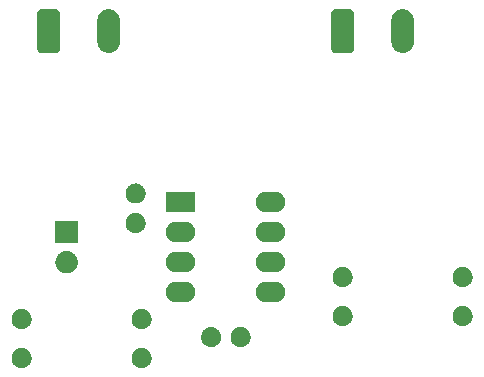
<source format=gts>
G04 #@! TF.GenerationSoftware,KiCad,Pcbnew,8.0.6*
G04 #@! TF.CreationDate,2024-11-03T17:10:04-03:00*
G04 #@! TF.ProjectId,555-Oscilador-pisca-r01,3535352d-4f73-4636-996c-61646f722d70,rev?*
G04 #@! TF.SameCoordinates,Original*
G04 #@! TF.FileFunction,Soldermask,Top*
G04 #@! TF.FilePolarity,Negative*
%FSLAX46Y46*%
G04 Gerber Fmt 4.6, Leading zero omitted, Abs format (unit mm)*
G04 Created by KiCad (PCBNEW 8.0.6) date 2024-11-03 17:10:04*
%MOMM*%
%LPD*%
G01*
G04 APERTURE LIST*
G04 APERTURE END LIST*
G36*
X123739199Y-117263662D02*
G01*
X123786954Y-117263662D01*
X123828194Y-117272427D01*
X123863901Y-117275945D01*
X123908759Y-117289552D01*
X123960973Y-117300651D01*
X123994384Y-117315526D01*
X124023435Y-117324339D01*
X124069602Y-117349015D01*
X124123500Y-117373012D01*
X124148554Y-117391215D01*
X124170453Y-117402920D01*
X124215128Y-117439584D01*
X124267430Y-117477584D01*
X124284411Y-117496443D01*
X124299320Y-117508679D01*
X124339387Y-117557501D01*
X124386473Y-117609795D01*
X124396364Y-117626927D01*
X124405079Y-117637546D01*
X124437306Y-117697840D01*
X124475427Y-117763867D01*
X124479813Y-117777368D01*
X124483660Y-117784564D01*
X124504861Y-117854455D01*
X124530404Y-117933067D01*
X124531303Y-117941623D01*
X124532054Y-117944098D01*
X124539371Y-118018389D01*
X124549000Y-118110000D01*
X124539370Y-118201619D01*
X124532054Y-118275901D01*
X124531303Y-118278375D01*
X124530404Y-118286933D01*
X124504856Y-118365558D01*
X124483660Y-118435435D01*
X124479814Y-118442629D01*
X124475427Y-118456133D01*
X124437299Y-118522172D01*
X124405079Y-118582453D01*
X124396366Y-118593069D01*
X124386473Y-118610205D01*
X124339378Y-118662509D01*
X124299320Y-118711320D01*
X124284414Y-118723552D01*
X124267430Y-118742416D01*
X124215118Y-118780423D01*
X124170453Y-118817079D01*
X124148559Y-118828780D01*
X124123500Y-118846988D01*
X124069591Y-118870989D01*
X124023435Y-118895660D01*
X123994391Y-118904470D01*
X123960973Y-118919349D01*
X123908748Y-118930449D01*
X123863901Y-118944054D01*
X123828203Y-118947570D01*
X123786954Y-118956338D01*
X123739188Y-118956338D01*
X123698000Y-118960395D01*
X123656811Y-118956338D01*
X123609046Y-118956338D01*
X123567797Y-118947570D01*
X123532098Y-118944054D01*
X123487248Y-118930448D01*
X123435027Y-118919349D01*
X123401610Y-118904471D01*
X123372564Y-118895660D01*
X123326402Y-118870986D01*
X123272500Y-118846988D01*
X123247443Y-118828783D01*
X123225546Y-118817079D01*
X123180873Y-118780416D01*
X123128570Y-118742416D01*
X123111588Y-118723555D01*
X123096679Y-118711320D01*
X123056610Y-118662496D01*
X123009527Y-118610205D01*
X122999636Y-118593073D01*
X122990920Y-118582453D01*
X122958687Y-118522148D01*
X122920573Y-118456133D01*
X122916186Y-118442634D01*
X122912339Y-118435435D01*
X122891128Y-118365512D01*
X122865596Y-118286933D01*
X122864697Y-118278380D01*
X122863945Y-118275901D01*
X122856613Y-118201467D01*
X122847000Y-118110000D01*
X122856612Y-118018540D01*
X122863945Y-117944098D01*
X122864697Y-117941618D01*
X122865596Y-117933067D01*
X122891123Y-117854502D01*
X122912339Y-117784564D01*
X122916187Y-117777363D01*
X122920573Y-117763867D01*
X122958680Y-117697863D01*
X122990920Y-117637546D01*
X122999638Y-117626923D01*
X123009527Y-117609795D01*
X123056601Y-117557513D01*
X123096679Y-117508679D01*
X123111591Y-117496440D01*
X123128570Y-117477584D01*
X123180862Y-117439591D01*
X123225546Y-117402920D01*
X123247448Y-117391213D01*
X123272500Y-117373012D01*
X123326391Y-117349018D01*
X123372564Y-117324339D01*
X123401617Y-117315525D01*
X123435027Y-117300651D01*
X123487237Y-117289553D01*
X123532098Y-117275945D01*
X123567806Y-117272427D01*
X123609046Y-117263662D01*
X123656801Y-117263662D01*
X123698000Y-117259604D01*
X123739199Y-117263662D01*
G37*
G36*
X133899199Y-117263662D02*
G01*
X133946954Y-117263662D01*
X133988194Y-117272427D01*
X134023901Y-117275945D01*
X134068759Y-117289552D01*
X134120973Y-117300651D01*
X134154384Y-117315526D01*
X134183435Y-117324339D01*
X134229602Y-117349015D01*
X134283500Y-117373012D01*
X134308554Y-117391215D01*
X134330453Y-117402920D01*
X134375128Y-117439584D01*
X134427430Y-117477584D01*
X134444411Y-117496443D01*
X134459320Y-117508679D01*
X134499387Y-117557501D01*
X134546473Y-117609795D01*
X134556364Y-117626927D01*
X134565079Y-117637546D01*
X134597306Y-117697840D01*
X134635427Y-117763867D01*
X134639813Y-117777368D01*
X134643660Y-117784564D01*
X134664861Y-117854455D01*
X134690404Y-117933067D01*
X134691303Y-117941623D01*
X134692054Y-117944098D01*
X134699371Y-118018389D01*
X134709000Y-118110000D01*
X134699370Y-118201619D01*
X134692054Y-118275901D01*
X134691303Y-118278375D01*
X134690404Y-118286933D01*
X134664856Y-118365558D01*
X134643660Y-118435435D01*
X134639814Y-118442629D01*
X134635427Y-118456133D01*
X134597299Y-118522172D01*
X134565079Y-118582453D01*
X134556366Y-118593069D01*
X134546473Y-118610205D01*
X134499378Y-118662509D01*
X134459320Y-118711320D01*
X134444414Y-118723552D01*
X134427430Y-118742416D01*
X134375118Y-118780423D01*
X134330453Y-118817079D01*
X134308559Y-118828780D01*
X134283500Y-118846988D01*
X134229591Y-118870989D01*
X134183435Y-118895660D01*
X134154391Y-118904470D01*
X134120973Y-118919349D01*
X134068748Y-118930449D01*
X134023901Y-118944054D01*
X133988203Y-118947570D01*
X133946954Y-118956338D01*
X133899188Y-118956338D01*
X133858000Y-118960395D01*
X133816811Y-118956338D01*
X133769046Y-118956338D01*
X133727797Y-118947570D01*
X133692098Y-118944054D01*
X133647248Y-118930448D01*
X133595027Y-118919349D01*
X133561610Y-118904471D01*
X133532564Y-118895660D01*
X133486402Y-118870986D01*
X133432500Y-118846988D01*
X133407443Y-118828783D01*
X133385546Y-118817079D01*
X133340873Y-118780416D01*
X133288570Y-118742416D01*
X133271588Y-118723555D01*
X133256679Y-118711320D01*
X133216610Y-118662496D01*
X133169527Y-118610205D01*
X133159636Y-118593073D01*
X133150920Y-118582453D01*
X133118687Y-118522148D01*
X133080573Y-118456133D01*
X133076186Y-118442634D01*
X133072339Y-118435435D01*
X133051128Y-118365512D01*
X133025596Y-118286933D01*
X133024697Y-118278380D01*
X133023945Y-118275901D01*
X133016613Y-118201467D01*
X133007000Y-118110000D01*
X133016612Y-118018540D01*
X133023945Y-117944098D01*
X133024697Y-117941618D01*
X133025596Y-117933067D01*
X133051123Y-117854502D01*
X133072339Y-117784564D01*
X133076187Y-117777363D01*
X133080573Y-117763867D01*
X133118680Y-117697863D01*
X133150920Y-117637546D01*
X133159638Y-117626923D01*
X133169527Y-117609795D01*
X133216601Y-117557513D01*
X133256679Y-117508679D01*
X133271591Y-117496440D01*
X133288570Y-117477584D01*
X133340862Y-117439591D01*
X133385546Y-117402920D01*
X133407448Y-117391213D01*
X133432500Y-117373012D01*
X133486391Y-117349018D01*
X133532564Y-117324339D01*
X133561617Y-117315525D01*
X133595027Y-117300651D01*
X133647237Y-117289553D01*
X133692098Y-117275945D01*
X133727806Y-117272427D01*
X133769046Y-117263662D01*
X133816801Y-117263662D01*
X133858000Y-117259604D01*
X133899199Y-117263662D01*
G37*
G36*
X139781199Y-115485662D02*
G01*
X139828954Y-115485662D01*
X139870194Y-115494427D01*
X139905901Y-115497945D01*
X139950759Y-115511552D01*
X140002973Y-115522651D01*
X140036384Y-115537526D01*
X140065435Y-115546339D01*
X140111602Y-115571015D01*
X140165500Y-115595012D01*
X140190554Y-115613215D01*
X140212453Y-115624920D01*
X140257128Y-115661584D01*
X140309430Y-115699584D01*
X140326411Y-115718443D01*
X140341320Y-115730679D01*
X140381387Y-115779501D01*
X140428473Y-115831795D01*
X140438364Y-115848927D01*
X140447079Y-115859546D01*
X140479306Y-115919840D01*
X140517427Y-115985867D01*
X140521813Y-115999368D01*
X140525660Y-116006564D01*
X140546861Y-116076455D01*
X140572404Y-116155067D01*
X140573303Y-116163623D01*
X140574054Y-116166098D01*
X140581371Y-116240389D01*
X140591000Y-116332000D01*
X140581370Y-116423619D01*
X140574054Y-116497901D01*
X140573303Y-116500375D01*
X140572404Y-116508933D01*
X140546856Y-116587558D01*
X140525660Y-116657435D01*
X140521814Y-116664629D01*
X140517427Y-116678133D01*
X140479299Y-116744172D01*
X140447079Y-116804453D01*
X140438366Y-116815069D01*
X140428473Y-116832205D01*
X140381378Y-116884509D01*
X140341320Y-116933320D01*
X140326414Y-116945552D01*
X140309430Y-116964416D01*
X140257118Y-117002423D01*
X140212453Y-117039079D01*
X140190559Y-117050780D01*
X140165500Y-117068988D01*
X140111591Y-117092989D01*
X140065435Y-117117660D01*
X140036391Y-117126470D01*
X140002973Y-117141349D01*
X139950748Y-117152449D01*
X139905901Y-117166054D01*
X139870203Y-117169570D01*
X139828954Y-117178338D01*
X139781188Y-117178338D01*
X139740000Y-117182395D01*
X139698811Y-117178338D01*
X139651046Y-117178338D01*
X139609797Y-117169570D01*
X139574098Y-117166054D01*
X139529248Y-117152448D01*
X139477027Y-117141349D01*
X139443610Y-117126471D01*
X139414564Y-117117660D01*
X139368402Y-117092986D01*
X139314500Y-117068988D01*
X139289443Y-117050783D01*
X139267546Y-117039079D01*
X139222873Y-117002416D01*
X139170570Y-116964416D01*
X139153588Y-116945555D01*
X139138679Y-116933320D01*
X139098610Y-116884496D01*
X139051527Y-116832205D01*
X139041636Y-116815073D01*
X139032920Y-116804453D01*
X139000687Y-116744148D01*
X138962573Y-116678133D01*
X138958186Y-116664634D01*
X138954339Y-116657435D01*
X138933128Y-116587512D01*
X138907596Y-116508933D01*
X138906697Y-116500380D01*
X138905945Y-116497901D01*
X138898613Y-116423467D01*
X138889000Y-116332000D01*
X138898612Y-116240540D01*
X138905945Y-116166098D01*
X138906697Y-116163618D01*
X138907596Y-116155067D01*
X138933123Y-116076502D01*
X138954339Y-116006564D01*
X138958187Y-115999363D01*
X138962573Y-115985867D01*
X139000680Y-115919863D01*
X139032920Y-115859546D01*
X139041638Y-115848923D01*
X139051527Y-115831795D01*
X139098601Y-115779513D01*
X139138679Y-115730679D01*
X139153591Y-115718440D01*
X139170570Y-115699584D01*
X139222862Y-115661591D01*
X139267546Y-115624920D01*
X139289448Y-115613213D01*
X139314500Y-115595012D01*
X139368391Y-115571018D01*
X139414564Y-115546339D01*
X139443617Y-115537525D01*
X139477027Y-115522651D01*
X139529237Y-115511553D01*
X139574098Y-115497945D01*
X139609806Y-115494427D01*
X139651046Y-115485662D01*
X139698801Y-115485662D01*
X139740000Y-115481604D01*
X139781199Y-115485662D01*
G37*
G36*
X142281199Y-115485662D02*
G01*
X142328954Y-115485662D01*
X142370194Y-115494427D01*
X142405901Y-115497945D01*
X142450759Y-115511552D01*
X142502973Y-115522651D01*
X142536384Y-115537526D01*
X142565435Y-115546339D01*
X142611602Y-115571015D01*
X142665500Y-115595012D01*
X142690554Y-115613215D01*
X142712453Y-115624920D01*
X142757128Y-115661584D01*
X142809430Y-115699584D01*
X142826411Y-115718443D01*
X142841320Y-115730679D01*
X142881387Y-115779501D01*
X142928473Y-115831795D01*
X142938364Y-115848927D01*
X142947079Y-115859546D01*
X142979306Y-115919840D01*
X143017427Y-115985867D01*
X143021813Y-115999368D01*
X143025660Y-116006564D01*
X143046861Y-116076455D01*
X143072404Y-116155067D01*
X143073303Y-116163623D01*
X143074054Y-116166098D01*
X143081371Y-116240389D01*
X143091000Y-116332000D01*
X143081370Y-116423619D01*
X143074054Y-116497901D01*
X143073303Y-116500375D01*
X143072404Y-116508933D01*
X143046856Y-116587558D01*
X143025660Y-116657435D01*
X143021814Y-116664629D01*
X143017427Y-116678133D01*
X142979299Y-116744172D01*
X142947079Y-116804453D01*
X142938366Y-116815069D01*
X142928473Y-116832205D01*
X142881378Y-116884509D01*
X142841320Y-116933320D01*
X142826414Y-116945552D01*
X142809430Y-116964416D01*
X142757118Y-117002423D01*
X142712453Y-117039079D01*
X142690559Y-117050780D01*
X142665500Y-117068988D01*
X142611591Y-117092989D01*
X142565435Y-117117660D01*
X142536391Y-117126470D01*
X142502973Y-117141349D01*
X142450748Y-117152449D01*
X142405901Y-117166054D01*
X142370203Y-117169570D01*
X142328954Y-117178338D01*
X142281188Y-117178338D01*
X142240000Y-117182395D01*
X142198811Y-117178338D01*
X142151046Y-117178338D01*
X142109797Y-117169570D01*
X142074098Y-117166054D01*
X142029248Y-117152448D01*
X141977027Y-117141349D01*
X141943610Y-117126471D01*
X141914564Y-117117660D01*
X141868402Y-117092986D01*
X141814500Y-117068988D01*
X141789443Y-117050783D01*
X141767546Y-117039079D01*
X141722873Y-117002416D01*
X141670570Y-116964416D01*
X141653588Y-116945555D01*
X141638679Y-116933320D01*
X141598610Y-116884496D01*
X141551527Y-116832205D01*
X141541636Y-116815073D01*
X141532920Y-116804453D01*
X141500687Y-116744148D01*
X141462573Y-116678133D01*
X141458186Y-116664634D01*
X141454339Y-116657435D01*
X141433128Y-116587512D01*
X141407596Y-116508933D01*
X141406697Y-116500380D01*
X141405945Y-116497901D01*
X141398613Y-116423467D01*
X141389000Y-116332000D01*
X141398612Y-116240540D01*
X141405945Y-116166098D01*
X141406697Y-116163618D01*
X141407596Y-116155067D01*
X141433123Y-116076502D01*
X141454339Y-116006564D01*
X141458187Y-115999363D01*
X141462573Y-115985867D01*
X141500680Y-115919863D01*
X141532920Y-115859546D01*
X141541638Y-115848923D01*
X141551527Y-115831795D01*
X141598601Y-115779513D01*
X141638679Y-115730679D01*
X141653591Y-115718440D01*
X141670570Y-115699584D01*
X141722862Y-115661591D01*
X141767546Y-115624920D01*
X141789448Y-115613213D01*
X141814500Y-115595012D01*
X141868391Y-115571018D01*
X141914564Y-115546339D01*
X141943617Y-115537525D01*
X141977027Y-115522651D01*
X142029237Y-115511553D01*
X142074098Y-115497945D01*
X142109806Y-115494427D01*
X142151046Y-115485662D01*
X142198801Y-115485662D01*
X142240000Y-115481604D01*
X142281199Y-115485662D01*
G37*
G36*
X123739199Y-113961662D02*
G01*
X123786954Y-113961662D01*
X123828194Y-113970427D01*
X123863901Y-113973945D01*
X123908759Y-113987552D01*
X123960973Y-113998651D01*
X123994384Y-114013526D01*
X124023435Y-114022339D01*
X124069602Y-114047015D01*
X124123500Y-114071012D01*
X124148554Y-114089215D01*
X124170453Y-114100920D01*
X124215128Y-114137584D01*
X124267430Y-114175584D01*
X124284411Y-114194443D01*
X124299320Y-114206679D01*
X124339387Y-114255501D01*
X124386473Y-114307795D01*
X124396364Y-114324927D01*
X124405079Y-114335546D01*
X124437306Y-114395840D01*
X124475427Y-114461867D01*
X124479813Y-114475368D01*
X124483660Y-114482564D01*
X124504861Y-114552455D01*
X124530404Y-114631067D01*
X124531303Y-114639623D01*
X124532054Y-114642098D01*
X124539371Y-114716389D01*
X124549000Y-114808000D01*
X124539370Y-114899619D01*
X124532054Y-114973901D01*
X124531303Y-114976375D01*
X124530404Y-114984933D01*
X124504856Y-115063558D01*
X124483660Y-115133435D01*
X124479814Y-115140629D01*
X124475427Y-115154133D01*
X124437299Y-115220172D01*
X124405079Y-115280453D01*
X124396366Y-115291069D01*
X124386473Y-115308205D01*
X124339378Y-115360509D01*
X124299320Y-115409320D01*
X124284414Y-115421552D01*
X124267430Y-115440416D01*
X124215118Y-115478423D01*
X124170453Y-115515079D01*
X124148559Y-115526780D01*
X124123500Y-115544988D01*
X124069591Y-115568989D01*
X124023435Y-115593660D01*
X123994391Y-115602470D01*
X123960973Y-115617349D01*
X123908748Y-115628449D01*
X123863901Y-115642054D01*
X123828203Y-115645570D01*
X123786954Y-115654338D01*
X123739188Y-115654338D01*
X123698000Y-115658395D01*
X123656811Y-115654338D01*
X123609046Y-115654338D01*
X123567797Y-115645570D01*
X123532098Y-115642054D01*
X123487248Y-115628448D01*
X123435027Y-115617349D01*
X123401610Y-115602471D01*
X123372564Y-115593660D01*
X123326402Y-115568986D01*
X123272500Y-115544988D01*
X123247443Y-115526783D01*
X123225546Y-115515079D01*
X123180873Y-115478416D01*
X123128570Y-115440416D01*
X123111588Y-115421555D01*
X123096679Y-115409320D01*
X123056610Y-115360496D01*
X123009527Y-115308205D01*
X122999636Y-115291073D01*
X122990920Y-115280453D01*
X122958687Y-115220148D01*
X122920573Y-115154133D01*
X122916186Y-115140634D01*
X122912339Y-115133435D01*
X122891128Y-115063512D01*
X122865596Y-114984933D01*
X122864697Y-114976380D01*
X122863945Y-114973901D01*
X122856613Y-114899467D01*
X122847000Y-114808000D01*
X122856612Y-114716540D01*
X122863945Y-114642098D01*
X122864697Y-114639618D01*
X122865596Y-114631067D01*
X122891123Y-114552502D01*
X122912339Y-114482564D01*
X122916187Y-114475363D01*
X122920573Y-114461867D01*
X122958680Y-114395863D01*
X122990920Y-114335546D01*
X122999638Y-114324923D01*
X123009527Y-114307795D01*
X123056601Y-114255513D01*
X123096679Y-114206679D01*
X123111591Y-114194440D01*
X123128570Y-114175584D01*
X123180862Y-114137591D01*
X123225546Y-114100920D01*
X123247448Y-114089213D01*
X123272500Y-114071012D01*
X123326391Y-114047018D01*
X123372564Y-114022339D01*
X123401617Y-114013525D01*
X123435027Y-113998651D01*
X123487237Y-113987553D01*
X123532098Y-113973945D01*
X123567806Y-113970427D01*
X123609046Y-113961662D01*
X123656801Y-113961662D01*
X123698000Y-113957604D01*
X123739199Y-113961662D01*
G37*
G36*
X133899199Y-113961662D02*
G01*
X133946954Y-113961662D01*
X133988194Y-113970427D01*
X134023901Y-113973945D01*
X134068759Y-113987552D01*
X134120973Y-113998651D01*
X134154384Y-114013526D01*
X134183435Y-114022339D01*
X134229602Y-114047015D01*
X134283500Y-114071012D01*
X134308554Y-114089215D01*
X134330453Y-114100920D01*
X134375128Y-114137584D01*
X134427430Y-114175584D01*
X134444411Y-114194443D01*
X134459320Y-114206679D01*
X134499387Y-114255501D01*
X134546473Y-114307795D01*
X134556364Y-114324927D01*
X134565079Y-114335546D01*
X134597306Y-114395840D01*
X134635427Y-114461867D01*
X134639813Y-114475368D01*
X134643660Y-114482564D01*
X134664861Y-114552455D01*
X134690404Y-114631067D01*
X134691303Y-114639623D01*
X134692054Y-114642098D01*
X134699371Y-114716389D01*
X134709000Y-114808000D01*
X134699370Y-114899619D01*
X134692054Y-114973901D01*
X134691303Y-114976375D01*
X134690404Y-114984933D01*
X134664856Y-115063558D01*
X134643660Y-115133435D01*
X134639814Y-115140629D01*
X134635427Y-115154133D01*
X134597299Y-115220172D01*
X134565079Y-115280453D01*
X134556366Y-115291069D01*
X134546473Y-115308205D01*
X134499378Y-115360509D01*
X134459320Y-115409320D01*
X134444414Y-115421552D01*
X134427430Y-115440416D01*
X134375118Y-115478423D01*
X134330453Y-115515079D01*
X134308559Y-115526780D01*
X134283500Y-115544988D01*
X134229591Y-115568989D01*
X134183435Y-115593660D01*
X134154391Y-115602470D01*
X134120973Y-115617349D01*
X134068748Y-115628449D01*
X134023901Y-115642054D01*
X133988203Y-115645570D01*
X133946954Y-115654338D01*
X133899188Y-115654338D01*
X133858000Y-115658395D01*
X133816811Y-115654338D01*
X133769046Y-115654338D01*
X133727797Y-115645570D01*
X133692098Y-115642054D01*
X133647248Y-115628448D01*
X133595027Y-115617349D01*
X133561610Y-115602471D01*
X133532564Y-115593660D01*
X133486402Y-115568986D01*
X133432500Y-115544988D01*
X133407443Y-115526783D01*
X133385546Y-115515079D01*
X133340873Y-115478416D01*
X133288570Y-115440416D01*
X133271588Y-115421555D01*
X133256679Y-115409320D01*
X133216610Y-115360496D01*
X133169527Y-115308205D01*
X133159636Y-115291073D01*
X133150920Y-115280453D01*
X133118687Y-115220148D01*
X133080573Y-115154133D01*
X133076186Y-115140634D01*
X133072339Y-115133435D01*
X133051128Y-115063512D01*
X133025596Y-114984933D01*
X133024697Y-114976380D01*
X133023945Y-114973901D01*
X133016613Y-114899467D01*
X133007000Y-114808000D01*
X133016612Y-114716540D01*
X133023945Y-114642098D01*
X133024697Y-114639618D01*
X133025596Y-114631067D01*
X133051123Y-114552502D01*
X133072339Y-114482564D01*
X133076187Y-114475363D01*
X133080573Y-114461867D01*
X133118680Y-114395863D01*
X133150920Y-114335546D01*
X133159638Y-114324923D01*
X133169527Y-114307795D01*
X133216601Y-114255513D01*
X133256679Y-114206679D01*
X133271591Y-114194440D01*
X133288570Y-114175584D01*
X133340862Y-114137591D01*
X133385546Y-114100920D01*
X133407448Y-114089213D01*
X133432500Y-114071012D01*
X133486391Y-114047018D01*
X133532564Y-114022339D01*
X133561617Y-114013525D01*
X133595027Y-113998651D01*
X133647237Y-113987553D01*
X133692098Y-113973945D01*
X133727806Y-113970427D01*
X133769046Y-113961662D01*
X133816801Y-113961662D01*
X133858000Y-113957604D01*
X133899199Y-113961662D01*
G37*
G36*
X150917199Y-113707662D02*
G01*
X150964954Y-113707662D01*
X151006194Y-113716427D01*
X151041901Y-113719945D01*
X151086759Y-113733552D01*
X151138973Y-113744651D01*
X151172384Y-113759526D01*
X151201435Y-113768339D01*
X151247602Y-113793015D01*
X151301500Y-113817012D01*
X151326554Y-113835215D01*
X151348453Y-113846920D01*
X151393128Y-113883584D01*
X151445430Y-113921584D01*
X151462411Y-113940443D01*
X151477320Y-113952679D01*
X151517387Y-114001501D01*
X151564473Y-114053795D01*
X151574364Y-114070927D01*
X151583079Y-114081546D01*
X151615306Y-114141840D01*
X151653427Y-114207867D01*
X151657813Y-114221368D01*
X151661660Y-114228564D01*
X151682861Y-114298455D01*
X151708404Y-114377067D01*
X151709303Y-114385623D01*
X151710054Y-114388098D01*
X151717371Y-114462389D01*
X151727000Y-114554000D01*
X151717370Y-114645619D01*
X151710054Y-114719901D01*
X151709303Y-114722375D01*
X151708404Y-114730933D01*
X151682856Y-114809558D01*
X151661660Y-114879435D01*
X151657814Y-114886629D01*
X151653427Y-114900133D01*
X151615299Y-114966172D01*
X151583079Y-115026453D01*
X151574366Y-115037069D01*
X151564473Y-115054205D01*
X151517378Y-115106509D01*
X151477320Y-115155320D01*
X151462414Y-115167552D01*
X151445430Y-115186416D01*
X151393118Y-115224423D01*
X151348453Y-115261079D01*
X151326559Y-115272780D01*
X151301500Y-115290988D01*
X151247591Y-115314989D01*
X151201435Y-115339660D01*
X151172391Y-115348470D01*
X151138973Y-115363349D01*
X151086748Y-115374449D01*
X151041901Y-115388054D01*
X151006203Y-115391570D01*
X150964954Y-115400338D01*
X150917188Y-115400338D01*
X150876000Y-115404395D01*
X150834811Y-115400338D01*
X150787046Y-115400338D01*
X150745797Y-115391570D01*
X150710098Y-115388054D01*
X150665248Y-115374448D01*
X150613027Y-115363349D01*
X150579610Y-115348471D01*
X150550564Y-115339660D01*
X150504402Y-115314986D01*
X150450500Y-115290988D01*
X150425443Y-115272783D01*
X150403546Y-115261079D01*
X150358873Y-115224416D01*
X150306570Y-115186416D01*
X150289588Y-115167555D01*
X150274679Y-115155320D01*
X150234610Y-115106496D01*
X150187527Y-115054205D01*
X150177636Y-115037073D01*
X150168920Y-115026453D01*
X150136687Y-114966148D01*
X150098573Y-114900133D01*
X150094186Y-114886634D01*
X150090339Y-114879435D01*
X150069128Y-114809512D01*
X150043596Y-114730933D01*
X150042697Y-114722380D01*
X150041945Y-114719901D01*
X150034613Y-114645467D01*
X150025000Y-114554000D01*
X150034612Y-114462540D01*
X150041945Y-114388098D01*
X150042697Y-114385618D01*
X150043596Y-114377067D01*
X150069123Y-114298502D01*
X150090339Y-114228564D01*
X150094187Y-114221363D01*
X150098573Y-114207867D01*
X150136680Y-114141863D01*
X150168920Y-114081546D01*
X150177638Y-114070923D01*
X150187527Y-114053795D01*
X150234601Y-114001513D01*
X150274679Y-113952679D01*
X150289591Y-113940440D01*
X150306570Y-113921584D01*
X150358862Y-113883591D01*
X150403546Y-113846920D01*
X150425448Y-113835213D01*
X150450500Y-113817012D01*
X150504391Y-113793018D01*
X150550564Y-113768339D01*
X150579617Y-113759525D01*
X150613027Y-113744651D01*
X150665237Y-113733553D01*
X150710098Y-113719945D01*
X150745806Y-113716427D01*
X150787046Y-113707662D01*
X150834801Y-113707662D01*
X150876000Y-113703604D01*
X150917199Y-113707662D01*
G37*
G36*
X161077199Y-113707662D02*
G01*
X161124954Y-113707662D01*
X161166194Y-113716427D01*
X161201901Y-113719945D01*
X161246759Y-113733552D01*
X161298973Y-113744651D01*
X161332384Y-113759526D01*
X161361435Y-113768339D01*
X161407602Y-113793015D01*
X161461500Y-113817012D01*
X161486554Y-113835215D01*
X161508453Y-113846920D01*
X161553128Y-113883584D01*
X161605430Y-113921584D01*
X161622411Y-113940443D01*
X161637320Y-113952679D01*
X161677387Y-114001501D01*
X161724473Y-114053795D01*
X161734364Y-114070927D01*
X161743079Y-114081546D01*
X161775306Y-114141840D01*
X161813427Y-114207867D01*
X161817813Y-114221368D01*
X161821660Y-114228564D01*
X161842861Y-114298455D01*
X161868404Y-114377067D01*
X161869303Y-114385623D01*
X161870054Y-114388098D01*
X161877371Y-114462389D01*
X161887000Y-114554000D01*
X161877370Y-114645619D01*
X161870054Y-114719901D01*
X161869303Y-114722375D01*
X161868404Y-114730933D01*
X161842856Y-114809558D01*
X161821660Y-114879435D01*
X161817814Y-114886629D01*
X161813427Y-114900133D01*
X161775299Y-114966172D01*
X161743079Y-115026453D01*
X161734366Y-115037069D01*
X161724473Y-115054205D01*
X161677378Y-115106509D01*
X161637320Y-115155320D01*
X161622414Y-115167552D01*
X161605430Y-115186416D01*
X161553118Y-115224423D01*
X161508453Y-115261079D01*
X161486559Y-115272780D01*
X161461500Y-115290988D01*
X161407591Y-115314989D01*
X161361435Y-115339660D01*
X161332391Y-115348470D01*
X161298973Y-115363349D01*
X161246748Y-115374449D01*
X161201901Y-115388054D01*
X161166203Y-115391570D01*
X161124954Y-115400338D01*
X161077188Y-115400338D01*
X161036000Y-115404395D01*
X160994811Y-115400338D01*
X160947046Y-115400338D01*
X160905797Y-115391570D01*
X160870098Y-115388054D01*
X160825248Y-115374448D01*
X160773027Y-115363349D01*
X160739610Y-115348471D01*
X160710564Y-115339660D01*
X160664402Y-115314986D01*
X160610500Y-115290988D01*
X160585443Y-115272783D01*
X160563546Y-115261079D01*
X160518873Y-115224416D01*
X160466570Y-115186416D01*
X160449588Y-115167555D01*
X160434679Y-115155320D01*
X160394610Y-115106496D01*
X160347527Y-115054205D01*
X160337636Y-115037073D01*
X160328920Y-115026453D01*
X160296687Y-114966148D01*
X160258573Y-114900133D01*
X160254186Y-114886634D01*
X160250339Y-114879435D01*
X160229128Y-114809512D01*
X160203596Y-114730933D01*
X160202697Y-114722380D01*
X160201945Y-114719901D01*
X160194613Y-114645467D01*
X160185000Y-114554000D01*
X160194612Y-114462540D01*
X160201945Y-114388098D01*
X160202697Y-114385618D01*
X160203596Y-114377067D01*
X160229123Y-114298502D01*
X160250339Y-114228564D01*
X160254187Y-114221363D01*
X160258573Y-114207867D01*
X160296680Y-114141863D01*
X160328920Y-114081546D01*
X160337638Y-114070923D01*
X160347527Y-114053795D01*
X160394601Y-114001513D01*
X160434679Y-113952679D01*
X160449591Y-113940440D01*
X160466570Y-113921584D01*
X160518862Y-113883591D01*
X160563546Y-113846920D01*
X160585448Y-113835213D01*
X160610500Y-113817012D01*
X160664391Y-113793018D01*
X160710564Y-113768339D01*
X160739617Y-113759525D01*
X160773027Y-113744651D01*
X160825237Y-113733553D01*
X160870098Y-113719945D01*
X160905806Y-113716427D01*
X160947046Y-113707662D01*
X160994801Y-113707662D01*
X161036000Y-113703604D01*
X161077199Y-113707662D01*
G37*
G36*
X137643413Y-111675098D02*
G01*
X137807032Y-111707644D01*
X137961159Y-111771485D01*
X138099869Y-111864168D01*
X138217832Y-111982131D01*
X138310515Y-112120841D01*
X138374356Y-112274968D01*
X138406902Y-112438587D01*
X138406902Y-112605413D01*
X138374356Y-112769032D01*
X138310515Y-112923159D01*
X138217832Y-113061869D01*
X138099869Y-113179832D01*
X137961159Y-113272515D01*
X137807032Y-113336356D01*
X137643413Y-113368902D01*
X137560000Y-113373000D01*
X137556939Y-113373000D01*
X136763061Y-113373000D01*
X136760000Y-113373000D01*
X136676587Y-113368902D01*
X136512968Y-113336356D01*
X136358841Y-113272515D01*
X136220131Y-113179832D01*
X136102168Y-113061869D01*
X136009485Y-112923159D01*
X135945644Y-112769032D01*
X135913098Y-112605413D01*
X135913098Y-112438587D01*
X135945644Y-112274968D01*
X136009485Y-112120841D01*
X136102168Y-111982131D01*
X136220131Y-111864168D01*
X136358841Y-111771485D01*
X136512968Y-111707644D01*
X136676587Y-111675098D01*
X136760000Y-111671000D01*
X137560000Y-111671000D01*
X137643413Y-111675098D01*
G37*
G36*
X145263413Y-111675098D02*
G01*
X145427032Y-111707644D01*
X145581159Y-111771485D01*
X145719869Y-111864168D01*
X145837832Y-111982131D01*
X145930515Y-112120841D01*
X145994356Y-112274968D01*
X146026902Y-112438587D01*
X146026902Y-112605413D01*
X145994356Y-112769032D01*
X145930515Y-112923159D01*
X145837832Y-113061869D01*
X145719869Y-113179832D01*
X145581159Y-113272515D01*
X145427032Y-113336356D01*
X145263413Y-113368902D01*
X145180000Y-113373000D01*
X145176939Y-113373000D01*
X144383061Y-113373000D01*
X144380000Y-113373000D01*
X144296587Y-113368902D01*
X144132968Y-113336356D01*
X143978841Y-113272515D01*
X143840131Y-113179832D01*
X143722168Y-113061869D01*
X143629485Y-112923159D01*
X143565644Y-112769032D01*
X143533098Y-112605413D01*
X143533098Y-112438587D01*
X143565644Y-112274968D01*
X143629485Y-112120841D01*
X143722168Y-111982131D01*
X143840131Y-111864168D01*
X143978841Y-111771485D01*
X144132968Y-111707644D01*
X144296587Y-111675098D01*
X144380000Y-111671000D01*
X145180000Y-111671000D01*
X145263413Y-111675098D01*
G37*
G36*
X150917199Y-110405662D02*
G01*
X150964954Y-110405662D01*
X151006194Y-110414427D01*
X151041901Y-110417945D01*
X151086759Y-110431552D01*
X151138973Y-110442651D01*
X151172384Y-110457526D01*
X151201435Y-110466339D01*
X151247602Y-110491015D01*
X151301500Y-110515012D01*
X151326554Y-110533215D01*
X151348453Y-110544920D01*
X151393128Y-110581584D01*
X151445430Y-110619584D01*
X151462411Y-110638443D01*
X151477320Y-110650679D01*
X151517387Y-110699501D01*
X151564473Y-110751795D01*
X151574364Y-110768927D01*
X151583079Y-110779546D01*
X151615306Y-110839840D01*
X151653427Y-110905867D01*
X151657813Y-110919368D01*
X151661660Y-110926564D01*
X151682861Y-110996455D01*
X151708404Y-111075067D01*
X151709303Y-111083623D01*
X151710054Y-111086098D01*
X151717371Y-111160389D01*
X151727000Y-111252000D01*
X151717370Y-111343619D01*
X151710054Y-111417901D01*
X151709303Y-111420375D01*
X151708404Y-111428933D01*
X151682856Y-111507558D01*
X151661660Y-111577435D01*
X151657814Y-111584629D01*
X151653427Y-111598133D01*
X151615299Y-111664172D01*
X151583079Y-111724453D01*
X151574366Y-111735069D01*
X151564473Y-111752205D01*
X151517378Y-111804509D01*
X151477320Y-111853320D01*
X151462414Y-111865552D01*
X151445430Y-111884416D01*
X151393118Y-111922423D01*
X151348453Y-111959079D01*
X151326559Y-111970780D01*
X151301500Y-111988988D01*
X151247591Y-112012989D01*
X151201435Y-112037660D01*
X151172391Y-112046470D01*
X151138973Y-112061349D01*
X151086748Y-112072449D01*
X151041901Y-112086054D01*
X151006203Y-112089570D01*
X150964954Y-112098338D01*
X150917188Y-112098338D01*
X150876000Y-112102395D01*
X150834811Y-112098338D01*
X150787046Y-112098338D01*
X150745797Y-112089570D01*
X150710098Y-112086054D01*
X150665248Y-112072448D01*
X150613027Y-112061349D01*
X150579610Y-112046471D01*
X150550564Y-112037660D01*
X150504402Y-112012986D01*
X150450500Y-111988988D01*
X150425443Y-111970783D01*
X150403546Y-111959079D01*
X150358873Y-111922416D01*
X150306570Y-111884416D01*
X150289588Y-111865555D01*
X150274679Y-111853320D01*
X150234610Y-111804496D01*
X150187527Y-111752205D01*
X150177636Y-111735073D01*
X150168920Y-111724453D01*
X150136687Y-111664148D01*
X150098573Y-111598133D01*
X150094186Y-111584634D01*
X150090339Y-111577435D01*
X150069128Y-111507512D01*
X150043596Y-111428933D01*
X150042697Y-111420380D01*
X150041945Y-111417901D01*
X150034613Y-111343467D01*
X150025000Y-111252000D01*
X150034612Y-111160540D01*
X150041945Y-111086098D01*
X150042697Y-111083618D01*
X150043596Y-111075067D01*
X150069123Y-110996502D01*
X150090339Y-110926564D01*
X150094187Y-110919363D01*
X150098573Y-110905867D01*
X150136680Y-110839863D01*
X150168920Y-110779546D01*
X150177638Y-110768923D01*
X150187527Y-110751795D01*
X150234601Y-110699513D01*
X150274679Y-110650679D01*
X150289591Y-110638440D01*
X150306570Y-110619584D01*
X150358862Y-110581591D01*
X150403546Y-110544920D01*
X150425448Y-110533213D01*
X150450500Y-110515012D01*
X150504391Y-110491018D01*
X150550564Y-110466339D01*
X150579617Y-110457525D01*
X150613027Y-110442651D01*
X150665237Y-110431553D01*
X150710098Y-110417945D01*
X150745806Y-110414427D01*
X150787046Y-110405662D01*
X150834801Y-110405662D01*
X150876000Y-110401604D01*
X150917199Y-110405662D01*
G37*
G36*
X161077199Y-110405662D02*
G01*
X161124954Y-110405662D01*
X161166194Y-110414427D01*
X161201901Y-110417945D01*
X161246759Y-110431552D01*
X161298973Y-110442651D01*
X161332384Y-110457526D01*
X161361435Y-110466339D01*
X161407602Y-110491015D01*
X161461500Y-110515012D01*
X161486554Y-110533215D01*
X161508453Y-110544920D01*
X161553128Y-110581584D01*
X161605430Y-110619584D01*
X161622411Y-110638443D01*
X161637320Y-110650679D01*
X161677387Y-110699501D01*
X161724473Y-110751795D01*
X161734364Y-110768927D01*
X161743079Y-110779546D01*
X161775306Y-110839840D01*
X161813427Y-110905867D01*
X161817813Y-110919368D01*
X161821660Y-110926564D01*
X161842861Y-110996455D01*
X161868404Y-111075067D01*
X161869303Y-111083623D01*
X161870054Y-111086098D01*
X161877371Y-111160389D01*
X161887000Y-111252000D01*
X161877370Y-111343619D01*
X161870054Y-111417901D01*
X161869303Y-111420375D01*
X161868404Y-111428933D01*
X161842856Y-111507558D01*
X161821660Y-111577435D01*
X161817814Y-111584629D01*
X161813427Y-111598133D01*
X161775299Y-111664172D01*
X161743079Y-111724453D01*
X161734366Y-111735069D01*
X161724473Y-111752205D01*
X161677378Y-111804509D01*
X161637320Y-111853320D01*
X161622414Y-111865552D01*
X161605430Y-111884416D01*
X161553118Y-111922423D01*
X161508453Y-111959079D01*
X161486559Y-111970780D01*
X161461500Y-111988988D01*
X161407591Y-112012989D01*
X161361435Y-112037660D01*
X161332391Y-112046470D01*
X161298973Y-112061349D01*
X161246748Y-112072449D01*
X161201901Y-112086054D01*
X161166203Y-112089570D01*
X161124954Y-112098338D01*
X161077188Y-112098338D01*
X161036000Y-112102395D01*
X160994811Y-112098338D01*
X160947046Y-112098338D01*
X160905797Y-112089570D01*
X160870098Y-112086054D01*
X160825248Y-112072448D01*
X160773027Y-112061349D01*
X160739610Y-112046471D01*
X160710564Y-112037660D01*
X160664402Y-112012986D01*
X160610500Y-111988988D01*
X160585443Y-111970783D01*
X160563546Y-111959079D01*
X160518873Y-111922416D01*
X160466570Y-111884416D01*
X160449588Y-111865555D01*
X160434679Y-111853320D01*
X160394610Y-111804496D01*
X160347527Y-111752205D01*
X160337636Y-111735073D01*
X160328920Y-111724453D01*
X160296687Y-111664148D01*
X160258573Y-111598133D01*
X160254186Y-111584634D01*
X160250339Y-111577435D01*
X160229128Y-111507512D01*
X160203596Y-111428933D01*
X160202697Y-111420380D01*
X160201945Y-111417901D01*
X160194613Y-111343467D01*
X160185000Y-111252000D01*
X160194612Y-111160540D01*
X160201945Y-111086098D01*
X160202697Y-111083618D01*
X160203596Y-111075067D01*
X160229123Y-110996502D01*
X160250339Y-110926564D01*
X160254187Y-110919363D01*
X160258573Y-110905867D01*
X160296680Y-110839863D01*
X160328920Y-110779546D01*
X160337638Y-110768923D01*
X160347527Y-110751795D01*
X160394601Y-110699513D01*
X160434679Y-110650679D01*
X160449591Y-110638440D01*
X160466570Y-110619584D01*
X160518862Y-110581591D01*
X160563546Y-110544920D01*
X160585448Y-110533213D01*
X160610500Y-110515012D01*
X160664391Y-110491018D01*
X160710564Y-110466339D01*
X160739617Y-110457525D01*
X160773027Y-110442651D01*
X160825237Y-110431553D01*
X160870098Y-110417945D01*
X160905806Y-110414427D01*
X160947046Y-110405662D01*
X160994801Y-110405662D01*
X161036000Y-110401604D01*
X161077199Y-110405662D01*
G37*
G36*
X127554604Y-109035590D02*
G01*
X127595696Y-109035590D01*
X127641456Y-109044144D01*
X127693531Y-109049273D01*
X127733091Y-109061273D01*
X127768111Y-109067820D01*
X127816617Y-109086611D01*
X127871932Y-109103391D01*
X127903534Y-109120282D01*
X127931656Y-109131177D01*
X127980513Y-109161428D01*
X128036347Y-109191272D01*
X128059809Y-109210526D01*
X128080784Y-109223514D01*
X128127256Y-109265879D01*
X128180459Y-109309541D01*
X128196224Y-109328751D01*
X128210400Y-109341674D01*
X128251557Y-109396174D01*
X128298728Y-109453653D01*
X128307848Y-109470717D01*
X128316099Y-109481642D01*
X128348925Y-109547566D01*
X128386609Y-109618068D01*
X128390628Y-109631316D01*
X128394282Y-109638655D01*
X128415864Y-109714507D01*
X128440727Y-109796469D01*
X128441543Y-109804762D01*
X128442280Y-109807350D01*
X128449937Y-109889982D01*
X128459000Y-109982000D01*
X128449936Y-110074026D01*
X128442280Y-110156649D01*
X128441544Y-110159235D01*
X128440727Y-110167531D01*
X128415859Y-110249507D01*
X128394282Y-110325344D01*
X128390628Y-110332680D01*
X128386609Y-110345932D01*
X128348917Y-110416447D01*
X128316099Y-110482357D01*
X128307850Y-110493279D01*
X128298728Y-110510347D01*
X128251547Y-110567836D01*
X128210400Y-110622325D01*
X128196227Y-110635244D01*
X128180459Y-110654459D01*
X128127245Y-110698129D01*
X128080784Y-110740485D01*
X128059814Y-110753469D01*
X128036347Y-110772728D01*
X127980502Y-110802577D01*
X127931656Y-110832822D01*
X127903541Y-110843713D01*
X127871932Y-110860609D01*
X127816605Y-110877392D01*
X127768111Y-110896179D01*
X127733098Y-110902724D01*
X127693531Y-110914727D01*
X127641453Y-110919856D01*
X127595696Y-110928410D01*
X127554604Y-110928410D01*
X127508000Y-110933000D01*
X127461396Y-110928410D01*
X127420304Y-110928410D01*
X127374545Y-110919856D01*
X127322469Y-110914727D01*
X127282902Y-110902724D01*
X127247888Y-110896179D01*
X127199389Y-110877390D01*
X127144068Y-110860609D01*
X127112461Y-110843714D01*
X127084343Y-110832822D01*
X127035490Y-110802573D01*
X126979653Y-110772728D01*
X126956188Y-110753471D01*
X126935215Y-110740485D01*
X126888744Y-110698121D01*
X126835541Y-110654459D01*
X126819775Y-110635248D01*
X126805599Y-110622325D01*
X126764439Y-110567821D01*
X126717272Y-110510347D01*
X126708151Y-110493284D01*
X126699900Y-110482357D01*
X126667067Y-110416420D01*
X126629391Y-110345932D01*
X126625372Y-110332685D01*
X126621717Y-110325344D01*
X126600124Y-110249454D01*
X126575273Y-110167531D01*
X126574456Y-110159241D01*
X126573719Y-110156649D01*
X126566046Y-110073854D01*
X126557000Y-109982000D01*
X126566045Y-109890153D01*
X126573719Y-109807350D01*
X126574456Y-109804757D01*
X126575273Y-109796469D01*
X126600119Y-109714560D01*
X126621717Y-109638655D01*
X126625373Y-109631311D01*
X126629391Y-109618068D01*
X126667060Y-109547593D01*
X126699900Y-109481642D01*
X126708153Y-109470712D01*
X126717272Y-109453653D01*
X126764430Y-109396190D01*
X126805599Y-109341674D01*
X126819778Y-109328747D01*
X126835541Y-109309541D01*
X126888733Y-109265887D01*
X126935215Y-109223514D01*
X126956193Y-109210524D01*
X126979653Y-109191272D01*
X127035478Y-109161432D01*
X127084343Y-109131177D01*
X127112467Y-109120281D01*
X127144068Y-109103391D01*
X127199377Y-109086612D01*
X127247888Y-109067820D01*
X127282909Y-109061273D01*
X127322469Y-109049273D01*
X127374542Y-109044144D01*
X127420304Y-109035590D01*
X127461396Y-109035590D01*
X127508000Y-109031000D01*
X127554604Y-109035590D01*
G37*
G36*
X137643413Y-109135098D02*
G01*
X137807032Y-109167644D01*
X137961159Y-109231485D01*
X138099869Y-109324168D01*
X138217832Y-109442131D01*
X138310515Y-109580841D01*
X138374356Y-109734968D01*
X138406902Y-109898587D01*
X138406902Y-110065413D01*
X138374356Y-110229032D01*
X138310515Y-110383159D01*
X138217832Y-110521869D01*
X138099869Y-110639832D01*
X137961159Y-110732515D01*
X137807032Y-110796356D01*
X137643413Y-110828902D01*
X137560000Y-110833000D01*
X137556939Y-110833000D01*
X136763061Y-110833000D01*
X136760000Y-110833000D01*
X136676587Y-110828902D01*
X136512968Y-110796356D01*
X136358841Y-110732515D01*
X136220131Y-110639832D01*
X136102168Y-110521869D01*
X136009485Y-110383159D01*
X135945644Y-110229032D01*
X135913098Y-110065413D01*
X135913098Y-109898587D01*
X135945644Y-109734968D01*
X136009485Y-109580841D01*
X136102168Y-109442131D01*
X136220131Y-109324168D01*
X136358841Y-109231485D01*
X136512968Y-109167644D01*
X136676587Y-109135098D01*
X136760000Y-109131000D01*
X137560000Y-109131000D01*
X137643413Y-109135098D01*
G37*
G36*
X145263413Y-109135098D02*
G01*
X145427032Y-109167644D01*
X145581159Y-109231485D01*
X145719869Y-109324168D01*
X145837832Y-109442131D01*
X145930515Y-109580841D01*
X145994356Y-109734968D01*
X146026902Y-109898587D01*
X146026902Y-110065413D01*
X145994356Y-110229032D01*
X145930515Y-110383159D01*
X145837832Y-110521869D01*
X145719869Y-110639832D01*
X145581159Y-110732515D01*
X145427032Y-110796356D01*
X145263413Y-110828902D01*
X145180000Y-110833000D01*
X145176939Y-110833000D01*
X144383061Y-110833000D01*
X144380000Y-110833000D01*
X144296587Y-110828902D01*
X144132968Y-110796356D01*
X143978841Y-110732515D01*
X143840131Y-110639832D01*
X143722168Y-110521869D01*
X143629485Y-110383159D01*
X143565644Y-110229032D01*
X143533098Y-110065413D01*
X143533098Y-109898587D01*
X143565644Y-109734968D01*
X143629485Y-109580841D01*
X143722168Y-109442131D01*
X143840131Y-109324168D01*
X143978841Y-109231485D01*
X144132968Y-109167644D01*
X144296587Y-109135098D01*
X144380000Y-109131000D01*
X145180000Y-109131000D01*
X145263413Y-109135098D01*
G37*
G36*
X128427517Y-106494882D02*
G01*
X128444062Y-106505938D01*
X128455118Y-106522483D01*
X128459000Y-106542000D01*
X128459000Y-108342000D01*
X128455118Y-108361517D01*
X128444062Y-108378062D01*
X128427517Y-108389118D01*
X128408000Y-108393000D01*
X126608000Y-108393000D01*
X126588483Y-108389118D01*
X126571938Y-108378062D01*
X126560882Y-108361517D01*
X126557000Y-108342000D01*
X126557000Y-106542000D01*
X126560882Y-106522483D01*
X126571938Y-106505938D01*
X126588483Y-106494882D01*
X126608000Y-106491000D01*
X128408000Y-106491000D01*
X128427517Y-106494882D01*
G37*
G36*
X137643413Y-106595098D02*
G01*
X137807032Y-106627644D01*
X137961159Y-106691485D01*
X138099869Y-106784168D01*
X138217832Y-106902131D01*
X138310515Y-107040841D01*
X138374356Y-107194968D01*
X138406902Y-107358587D01*
X138406902Y-107525413D01*
X138374356Y-107689032D01*
X138310515Y-107843159D01*
X138217832Y-107981869D01*
X138099869Y-108099832D01*
X137961159Y-108192515D01*
X137807032Y-108256356D01*
X137643413Y-108288902D01*
X137560000Y-108293000D01*
X137556939Y-108293000D01*
X136763061Y-108293000D01*
X136760000Y-108293000D01*
X136676587Y-108288902D01*
X136512968Y-108256356D01*
X136358841Y-108192515D01*
X136220131Y-108099832D01*
X136102168Y-107981869D01*
X136009485Y-107843159D01*
X135945644Y-107689032D01*
X135913098Y-107525413D01*
X135913098Y-107358587D01*
X135945644Y-107194968D01*
X136009485Y-107040841D01*
X136102168Y-106902131D01*
X136220131Y-106784168D01*
X136358841Y-106691485D01*
X136512968Y-106627644D01*
X136676587Y-106595098D01*
X136760000Y-106591000D01*
X137560000Y-106591000D01*
X137643413Y-106595098D01*
G37*
G36*
X145263413Y-106595098D02*
G01*
X145427032Y-106627644D01*
X145581159Y-106691485D01*
X145719869Y-106784168D01*
X145837832Y-106902131D01*
X145930515Y-107040841D01*
X145994356Y-107194968D01*
X146026902Y-107358587D01*
X146026902Y-107525413D01*
X145994356Y-107689032D01*
X145930515Y-107843159D01*
X145837832Y-107981869D01*
X145719869Y-108099832D01*
X145581159Y-108192515D01*
X145427032Y-108256356D01*
X145263413Y-108288902D01*
X145180000Y-108293000D01*
X145176939Y-108293000D01*
X144383061Y-108293000D01*
X144380000Y-108293000D01*
X144296587Y-108288902D01*
X144132968Y-108256356D01*
X143978841Y-108192515D01*
X143840131Y-108099832D01*
X143722168Y-107981869D01*
X143629485Y-107843159D01*
X143565644Y-107689032D01*
X143533098Y-107525413D01*
X143533098Y-107358587D01*
X143565644Y-107194968D01*
X143629485Y-107040841D01*
X143722168Y-106902131D01*
X143840131Y-106784168D01*
X143978841Y-106691485D01*
X144132968Y-106627644D01*
X144296587Y-106595098D01*
X144380000Y-106591000D01*
X145180000Y-106591000D01*
X145263413Y-106595098D01*
G37*
G36*
X133391199Y-105833662D02*
G01*
X133438954Y-105833662D01*
X133480194Y-105842427D01*
X133515901Y-105845945D01*
X133560759Y-105859552D01*
X133612973Y-105870651D01*
X133646384Y-105885526D01*
X133675435Y-105894339D01*
X133721602Y-105919015D01*
X133775500Y-105943012D01*
X133800554Y-105961215D01*
X133822453Y-105972920D01*
X133867128Y-106009584D01*
X133919430Y-106047584D01*
X133936411Y-106066443D01*
X133951320Y-106078679D01*
X133991387Y-106127501D01*
X134038473Y-106179795D01*
X134048364Y-106196927D01*
X134057079Y-106207546D01*
X134089306Y-106267840D01*
X134127427Y-106333867D01*
X134131813Y-106347368D01*
X134135660Y-106354564D01*
X134156861Y-106424455D01*
X134182404Y-106503067D01*
X134183303Y-106511623D01*
X134184054Y-106514098D01*
X134191371Y-106588389D01*
X134201000Y-106680000D01*
X134191370Y-106771619D01*
X134184054Y-106845901D01*
X134183303Y-106848375D01*
X134182404Y-106856933D01*
X134156856Y-106935558D01*
X134135660Y-107005435D01*
X134131814Y-107012629D01*
X134127427Y-107026133D01*
X134089299Y-107092172D01*
X134057079Y-107152453D01*
X134048366Y-107163069D01*
X134038473Y-107180205D01*
X133991378Y-107232509D01*
X133951320Y-107281320D01*
X133936414Y-107293552D01*
X133919430Y-107312416D01*
X133867118Y-107350423D01*
X133822453Y-107387079D01*
X133800559Y-107398780D01*
X133775500Y-107416988D01*
X133721591Y-107440989D01*
X133675435Y-107465660D01*
X133646391Y-107474470D01*
X133612973Y-107489349D01*
X133560748Y-107500449D01*
X133515901Y-107514054D01*
X133480203Y-107517570D01*
X133438954Y-107526338D01*
X133391188Y-107526338D01*
X133350000Y-107530395D01*
X133308811Y-107526338D01*
X133261046Y-107526338D01*
X133219797Y-107517570D01*
X133184098Y-107514054D01*
X133139248Y-107500448D01*
X133087027Y-107489349D01*
X133053610Y-107474471D01*
X133024564Y-107465660D01*
X132978402Y-107440986D01*
X132924500Y-107416988D01*
X132899443Y-107398783D01*
X132877546Y-107387079D01*
X132832873Y-107350416D01*
X132780570Y-107312416D01*
X132763588Y-107293555D01*
X132748679Y-107281320D01*
X132708610Y-107232496D01*
X132661527Y-107180205D01*
X132651636Y-107163073D01*
X132642920Y-107152453D01*
X132610687Y-107092148D01*
X132572573Y-107026133D01*
X132568186Y-107012634D01*
X132564339Y-107005435D01*
X132543128Y-106935512D01*
X132517596Y-106856933D01*
X132516697Y-106848380D01*
X132515945Y-106845901D01*
X132508613Y-106771467D01*
X132499000Y-106680000D01*
X132508612Y-106588540D01*
X132515945Y-106514098D01*
X132516697Y-106511618D01*
X132517596Y-106503067D01*
X132543123Y-106424502D01*
X132564339Y-106354564D01*
X132568187Y-106347363D01*
X132572573Y-106333867D01*
X132610680Y-106267863D01*
X132642920Y-106207546D01*
X132651638Y-106196923D01*
X132661527Y-106179795D01*
X132708601Y-106127513D01*
X132748679Y-106078679D01*
X132763591Y-106066440D01*
X132780570Y-106047584D01*
X132832862Y-106009591D01*
X132877546Y-105972920D01*
X132899448Y-105961213D01*
X132924500Y-105943012D01*
X132978391Y-105919018D01*
X133024564Y-105894339D01*
X133053617Y-105885525D01*
X133087027Y-105870651D01*
X133139237Y-105859553D01*
X133184098Y-105845945D01*
X133219806Y-105842427D01*
X133261046Y-105833662D01*
X133308801Y-105833662D01*
X133350000Y-105829604D01*
X133391199Y-105833662D01*
G37*
G36*
X138379517Y-104054882D02*
G01*
X138396062Y-104065938D01*
X138407118Y-104082483D01*
X138411000Y-104102000D01*
X138411000Y-105702000D01*
X138407118Y-105721517D01*
X138396062Y-105738062D01*
X138379517Y-105749118D01*
X138360000Y-105753000D01*
X135960000Y-105753000D01*
X135940483Y-105749118D01*
X135923938Y-105738062D01*
X135912882Y-105721517D01*
X135909000Y-105702000D01*
X135909000Y-104102000D01*
X135912882Y-104082483D01*
X135923938Y-104065938D01*
X135940483Y-104054882D01*
X135960000Y-104051000D01*
X138360000Y-104051000D01*
X138379517Y-104054882D01*
G37*
G36*
X145263413Y-104055098D02*
G01*
X145427032Y-104087644D01*
X145581159Y-104151485D01*
X145719869Y-104244168D01*
X145837832Y-104362131D01*
X145930515Y-104500841D01*
X145994356Y-104654968D01*
X146026902Y-104818587D01*
X146026902Y-104985413D01*
X145994356Y-105149032D01*
X145930515Y-105303159D01*
X145837832Y-105441869D01*
X145719869Y-105559832D01*
X145581159Y-105652515D01*
X145427032Y-105716356D01*
X145263413Y-105748902D01*
X145180000Y-105753000D01*
X145176939Y-105753000D01*
X144383061Y-105753000D01*
X144380000Y-105753000D01*
X144296587Y-105748902D01*
X144132968Y-105716356D01*
X143978841Y-105652515D01*
X143840131Y-105559832D01*
X143722168Y-105441869D01*
X143629485Y-105303159D01*
X143565644Y-105149032D01*
X143533098Y-104985413D01*
X143533098Y-104818587D01*
X143565644Y-104654968D01*
X143629485Y-104500841D01*
X143722168Y-104362131D01*
X143840131Y-104244168D01*
X143978841Y-104151485D01*
X144132968Y-104087644D01*
X144296587Y-104055098D01*
X144380000Y-104051000D01*
X145180000Y-104051000D01*
X145263413Y-104055098D01*
G37*
G36*
X133391199Y-103333662D02*
G01*
X133438954Y-103333662D01*
X133480194Y-103342427D01*
X133515901Y-103345945D01*
X133560759Y-103359552D01*
X133612973Y-103370651D01*
X133646384Y-103385526D01*
X133675435Y-103394339D01*
X133721602Y-103419015D01*
X133775500Y-103443012D01*
X133800554Y-103461215D01*
X133822453Y-103472920D01*
X133867128Y-103509584D01*
X133919430Y-103547584D01*
X133936411Y-103566443D01*
X133951320Y-103578679D01*
X133991387Y-103627501D01*
X134038473Y-103679795D01*
X134048364Y-103696927D01*
X134057079Y-103707546D01*
X134089306Y-103767840D01*
X134127427Y-103833867D01*
X134131813Y-103847368D01*
X134135660Y-103854564D01*
X134156861Y-103924455D01*
X134182404Y-104003067D01*
X134183303Y-104011623D01*
X134184054Y-104014098D01*
X134191371Y-104088389D01*
X134201000Y-104180000D01*
X134191370Y-104271619D01*
X134184054Y-104345901D01*
X134183303Y-104348375D01*
X134182404Y-104356933D01*
X134156856Y-104435558D01*
X134135660Y-104505435D01*
X134131814Y-104512629D01*
X134127427Y-104526133D01*
X134089299Y-104592172D01*
X134057079Y-104652453D01*
X134048366Y-104663069D01*
X134038473Y-104680205D01*
X133991378Y-104732509D01*
X133951320Y-104781320D01*
X133936414Y-104793552D01*
X133919430Y-104812416D01*
X133867118Y-104850423D01*
X133822453Y-104887079D01*
X133800559Y-104898780D01*
X133775500Y-104916988D01*
X133721591Y-104940989D01*
X133675435Y-104965660D01*
X133646391Y-104974470D01*
X133612973Y-104989349D01*
X133560748Y-105000449D01*
X133515901Y-105014054D01*
X133480203Y-105017570D01*
X133438954Y-105026338D01*
X133391188Y-105026338D01*
X133350000Y-105030395D01*
X133308811Y-105026338D01*
X133261046Y-105026338D01*
X133219797Y-105017570D01*
X133184098Y-105014054D01*
X133139248Y-105000448D01*
X133087027Y-104989349D01*
X133053610Y-104974471D01*
X133024564Y-104965660D01*
X132978402Y-104940986D01*
X132924500Y-104916988D01*
X132899443Y-104898783D01*
X132877546Y-104887079D01*
X132832873Y-104850416D01*
X132780570Y-104812416D01*
X132763588Y-104793555D01*
X132748679Y-104781320D01*
X132708610Y-104732496D01*
X132661527Y-104680205D01*
X132651636Y-104663073D01*
X132642920Y-104652453D01*
X132610687Y-104592148D01*
X132572573Y-104526133D01*
X132568186Y-104512634D01*
X132564339Y-104505435D01*
X132543128Y-104435512D01*
X132517596Y-104356933D01*
X132516697Y-104348380D01*
X132515945Y-104345901D01*
X132508613Y-104271467D01*
X132499000Y-104180000D01*
X132508612Y-104088540D01*
X132515945Y-104014098D01*
X132516697Y-104011618D01*
X132517596Y-104003067D01*
X132543123Y-103924502D01*
X132564339Y-103854564D01*
X132568187Y-103847363D01*
X132572573Y-103833867D01*
X132610680Y-103767863D01*
X132642920Y-103707546D01*
X132651638Y-103696923D01*
X132661527Y-103679795D01*
X132708601Y-103627513D01*
X132748679Y-103578679D01*
X132763591Y-103566440D01*
X132780570Y-103547584D01*
X132832862Y-103509591D01*
X132877546Y-103472920D01*
X132899448Y-103461213D01*
X132924500Y-103443012D01*
X132978391Y-103419018D01*
X133024564Y-103394339D01*
X133053617Y-103385525D01*
X133087027Y-103370651D01*
X133139237Y-103359553D01*
X133184098Y-103345945D01*
X133219806Y-103342427D01*
X133261046Y-103333662D01*
X133308801Y-103333662D01*
X133350000Y-103329604D01*
X133391199Y-103333662D01*
G37*
G36*
X126702914Y-88580995D02*
G01*
X126718726Y-88587976D01*
X126726531Y-88589213D01*
X126759039Y-88605776D01*
X126804106Y-88625676D01*
X126882324Y-88703894D01*
X126902226Y-88748967D01*
X126918786Y-88781468D01*
X126920021Y-88789270D01*
X126927005Y-88805086D01*
X126935000Y-88874000D01*
X126935000Y-91974000D01*
X126927005Y-92042914D01*
X126920021Y-92058729D01*
X126918786Y-92066531D01*
X126902229Y-92099024D01*
X126882324Y-92144106D01*
X126804106Y-92222324D01*
X126759024Y-92242229D01*
X126726531Y-92258786D01*
X126718729Y-92260021D01*
X126702914Y-92267005D01*
X126634000Y-92275000D01*
X125334000Y-92275000D01*
X125265086Y-92267005D01*
X125249270Y-92260021D01*
X125241468Y-92258786D01*
X125208967Y-92242226D01*
X125163894Y-92222324D01*
X125085676Y-92144106D01*
X125065776Y-92099039D01*
X125049213Y-92066531D01*
X125047976Y-92058726D01*
X125040995Y-92042914D01*
X125033000Y-91974000D01*
X125033000Y-88874000D01*
X125040995Y-88805086D01*
X125047976Y-88789274D01*
X125049213Y-88781468D01*
X125065780Y-88748953D01*
X125085676Y-88703894D01*
X125163894Y-88625676D01*
X125208953Y-88605780D01*
X125241468Y-88589213D01*
X125249274Y-88587976D01*
X125265086Y-88580995D01*
X125334000Y-88573000D01*
X126634000Y-88573000D01*
X126702914Y-88580995D01*
G37*
G36*
X151594914Y-88580995D02*
G01*
X151610726Y-88587976D01*
X151618531Y-88589213D01*
X151651039Y-88605776D01*
X151696106Y-88625676D01*
X151774324Y-88703894D01*
X151794226Y-88748967D01*
X151810786Y-88781468D01*
X151812021Y-88789270D01*
X151819005Y-88805086D01*
X151827000Y-88874000D01*
X151827000Y-91974000D01*
X151819005Y-92042914D01*
X151812021Y-92058729D01*
X151810786Y-92066531D01*
X151794229Y-92099024D01*
X151774324Y-92144106D01*
X151696106Y-92222324D01*
X151651024Y-92242229D01*
X151618531Y-92258786D01*
X151610729Y-92260021D01*
X151594914Y-92267005D01*
X151526000Y-92275000D01*
X150226000Y-92275000D01*
X150157086Y-92267005D01*
X150141270Y-92260021D01*
X150133468Y-92258786D01*
X150100967Y-92242226D01*
X150055894Y-92222324D01*
X149977676Y-92144106D01*
X149957776Y-92099039D01*
X149941213Y-92066531D01*
X149939976Y-92058726D01*
X149932995Y-92042914D01*
X149925000Y-91974000D01*
X149925000Y-88874000D01*
X149932995Y-88805086D01*
X149939976Y-88789274D01*
X149941213Y-88781468D01*
X149957780Y-88748953D01*
X149977676Y-88703894D01*
X150055894Y-88625676D01*
X150100953Y-88605780D01*
X150133468Y-88589213D01*
X150141274Y-88587976D01*
X150157086Y-88580995D01*
X150226000Y-88573000D01*
X151526000Y-88573000D01*
X151594914Y-88580995D01*
G37*
G36*
X131146553Y-88577579D02*
G01*
X131157214Y-88577579D01*
X131198865Y-88585864D01*
X131285916Y-88599651D01*
X131313918Y-88608749D01*
X131340061Y-88613950D01*
X131376956Y-88629232D01*
X131427784Y-88645748D01*
X131475399Y-88670009D01*
X131512298Y-88685293D01*
X131534463Y-88700103D01*
X131560693Y-88713468D01*
X131631990Y-88765268D01*
X131667308Y-88788867D01*
X131674846Y-88796405D01*
X131681370Y-88801145D01*
X131786854Y-88906629D01*
X131791593Y-88913152D01*
X131799133Y-88920692D01*
X131822734Y-88956014D01*
X131874531Y-89027306D01*
X131887894Y-89053533D01*
X131902707Y-89075702D01*
X131917993Y-89112605D01*
X131942251Y-89160215D01*
X131958764Y-89211035D01*
X131974050Y-89247939D01*
X131979251Y-89274086D01*
X131988348Y-89302083D01*
X132002133Y-89389123D01*
X132010421Y-89430786D01*
X132011180Y-89446241D01*
X132012068Y-89451847D01*
X132014516Y-89514150D01*
X132015000Y-89524000D01*
X132015000Y-91324000D01*
X132014515Y-91333853D01*
X132012068Y-91396152D01*
X132011180Y-91401756D01*
X132010421Y-91417214D01*
X132002132Y-91458880D01*
X131988348Y-91545916D01*
X131979251Y-91573910D01*
X131974050Y-91600061D01*
X131958762Y-91636968D01*
X131942251Y-91687784D01*
X131917995Y-91735388D01*
X131902707Y-91772298D01*
X131887892Y-91794470D01*
X131874531Y-91820693D01*
X131822742Y-91891973D01*
X131799133Y-91927308D01*
X131791591Y-91934849D01*
X131786854Y-91941370D01*
X131681370Y-92046854D01*
X131674849Y-92051591D01*
X131667308Y-92059133D01*
X131631973Y-92082742D01*
X131560693Y-92134531D01*
X131534470Y-92147892D01*
X131512298Y-92162707D01*
X131475388Y-92177995D01*
X131427784Y-92202251D01*
X131376968Y-92218762D01*
X131340061Y-92234050D01*
X131313910Y-92239251D01*
X131285916Y-92248348D01*
X131198875Y-92262133D01*
X131157214Y-92270421D01*
X131146553Y-92270421D01*
X131138585Y-92271683D01*
X130989415Y-92271683D01*
X130981447Y-92270421D01*
X130970786Y-92270421D01*
X130929125Y-92262134D01*
X130842083Y-92248348D01*
X130814086Y-92239251D01*
X130787939Y-92234050D01*
X130751035Y-92218764D01*
X130700215Y-92202251D01*
X130652605Y-92177993D01*
X130615702Y-92162707D01*
X130593533Y-92147894D01*
X130567306Y-92134531D01*
X130496014Y-92082734D01*
X130460692Y-92059133D01*
X130453152Y-92051593D01*
X130446629Y-92046854D01*
X130341145Y-91941370D01*
X130336405Y-91934846D01*
X130328867Y-91927308D01*
X130305268Y-91891990D01*
X130253468Y-91820693D01*
X130240103Y-91794463D01*
X130225293Y-91772298D01*
X130210009Y-91735399D01*
X130185748Y-91687784D01*
X130169232Y-91636956D01*
X130153950Y-91600061D01*
X130148749Y-91573918D01*
X130139651Y-91545916D01*
X130125862Y-91458856D01*
X130117579Y-91417214D01*
X130116820Y-91401765D01*
X130115931Y-91396152D01*
X130113483Y-91333837D01*
X130113000Y-91324000D01*
X130113000Y-89524000D01*
X130113483Y-89514166D01*
X130115931Y-89451847D01*
X130116820Y-89446232D01*
X130117579Y-89430786D01*
X130125861Y-89389147D01*
X130139651Y-89302083D01*
X130148750Y-89274078D01*
X130153950Y-89247939D01*
X130169231Y-89211046D01*
X130185748Y-89160215D01*
X130210011Y-89112595D01*
X130225293Y-89075702D01*
X130240101Y-89053539D01*
X130253468Y-89027306D01*
X130305277Y-88955996D01*
X130328867Y-88920692D01*
X130336402Y-88913156D01*
X130341145Y-88906629D01*
X130446629Y-88801145D01*
X130453156Y-88796402D01*
X130460692Y-88788867D01*
X130495996Y-88765277D01*
X130567306Y-88713468D01*
X130593539Y-88700101D01*
X130615702Y-88685293D01*
X130652595Y-88670011D01*
X130700215Y-88645748D01*
X130751046Y-88629231D01*
X130787939Y-88613950D01*
X130814078Y-88608750D01*
X130842083Y-88599651D01*
X130929136Y-88585863D01*
X130970786Y-88577579D01*
X130981447Y-88577579D01*
X130989415Y-88576317D01*
X131138585Y-88576317D01*
X131146553Y-88577579D01*
G37*
G36*
X156038553Y-88577579D02*
G01*
X156049214Y-88577579D01*
X156090865Y-88585864D01*
X156177916Y-88599651D01*
X156205918Y-88608749D01*
X156232061Y-88613950D01*
X156268956Y-88629232D01*
X156319784Y-88645748D01*
X156367399Y-88670009D01*
X156404298Y-88685293D01*
X156426463Y-88700103D01*
X156452693Y-88713468D01*
X156523990Y-88765268D01*
X156559308Y-88788867D01*
X156566846Y-88796405D01*
X156573370Y-88801145D01*
X156678854Y-88906629D01*
X156683593Y-88913152D01*
X156691133Y-88920692D01*
X156714734Y-88956014D01*
X156766531Y-89027306D01*
X156779894Y-89053533D01*
X156794707Y-89075702D01*
X156809993Y-89112605D01*
X156834251Y-89160215D01*
X156850764Y-89211035D01*
X156866050Y-89247939D01*
X156871251Y-89274086D01*
X156880348Y-89302083D01*
X156894133Y-89389123D01*
X156902421Y-89430786D01*
X156903180Y-89446241D01*
X156904068Y-89451847D01*
X156906516Y-89514150D01*
X156907000Y-89524000D01*
X156907000Y-91324000D01*
X156906515Y-91333853D01*
X156904068Y-91396152D01*
X156903180Y-91401756D01*
X156902421Y-91417214D01*
X156894132Y-91458880D01*
X156880348Y-91545916D01*
X156871251Y-91573910D01*
X156866050Y-91600061D01*
X156850762Y-91636968D01*
X156834251Y-91687784D01*
X156809995Y-91735388D01*
X156794707Y-91772298D01*
X156779892Y-91794470D01*
X156766531Y-91820693D01*
X156714742Y-91891973D01*
X156691133Y-91927308D01*
X156683591Y-91934849D01*
X156678854Y-91941370D01*
X156573370Y-92046854D01*
X156566849Y-92051591D01*
X156559308Y-92059133D01*
X156523973Y-92082742D01*
X156452693Y-92134531D01*
X156426470Y-92147892D01*
X156404298Y-92162707D01*
X156367388Y-92177995D01*
X156319784Y-92202251D01*
X156268968Y-92218762D01*
X156232061Y-92234050D01*
X156205910Y-92239251D01*
X156177916Y-92248348D01*
X156090875Y-92262133D01*
X156049214Y-92270421D01*
X156038553Y-92270421D01*
X156030585Y-92271683D01*
X155881415Y-92271683D01*
X155873447Y-92270421D01*
X155862786Y-92270421D01*
X155821125Y-92262134D01*
X155734083Y-92248348D01*
X155706086Y-92239251D01*
X155679939Y-92234050D01*
X155643035Y-92218764D01*
X155592215Y-92202251D01*
X155544605Y-92177993D01*
X155507702Y-92162707D01*
X155485533Y-92147894D01*
X155459306Y-92134531D01*
X155388014Y-92082734D01*
X155352692Y-92059133D01*
X155345152Y-92051593D01*
X155338629Y-92046854D01*
X155233145Y-91941370D01*
X155228405Y-91934846D01*
X155220867Y-91927308D01*
X155197268Y-91891990D01*
X155145468Y-91820693D01*
X155132103Y-91794463D01*
X155117293Y-91772298D01*
X155102009Y-91735399D01*
X155077748Y-91687784D01*
X155061232Y-91636956D01*
X155045950Y-91600061D01*
X155040749Y-91573918D01*
X155031651Y-91545916D01*
X155017862Y-91458856D01*
X155009579Y-91417214D01*
X155008820Y-91401765D01*
X155007931Y-91396152D01*
X155005483Y-91333837D01*
X155005000Y-91324000D01*
X155005000Y-89524000D01*
X155005483Y-89514166D01*
X155007931Y-89451847D01*
X155008820Y-89446232D01*
X155009579Y-89430786D01*
X155017861Y-89389147D01*
X155031651Y-89302083D01*
X155040750Y-89274078D01*
X155045950Y-89247939D01*
X155061231Y-89211046D01*
X155077748Y-89160215D01*
X155102011Y-89112595D01*
X155117293Y-89075702D01*
X155132101Y-89053539D01*
X155145468Y-89027306D01*
X155197277Y-88955996D01*
X155220867Y-88920692D01*
X155228402Y-88913156D01*
X155233145Y-88906629D01*
X155338629Y-88801145D01*
X155345156Y-88796402D01*
X155352692Y-88788867D01*
X155387996Y-88765277D01*
X155459306Y-88713468D01*
X155485539Y-88700101D01*
X155507702Y-88685293D01*
X155544595Y-88670011D01*
X155592215Y-88645748D01*
X155643046Y-88629231D01*
X155679939Y-88613950D01*
X155706078Y-88608750D01*
X155734083Y-88599651D01*
X155821136Y-88585863D01*
X155862786Y-88577579D01*
X155873447Y-88577579D01*
X155881415Y-88576317D01*
X156030585Y-88576317D01*
X156038553Y-88577579D01*
G37*
M02*

</source>
